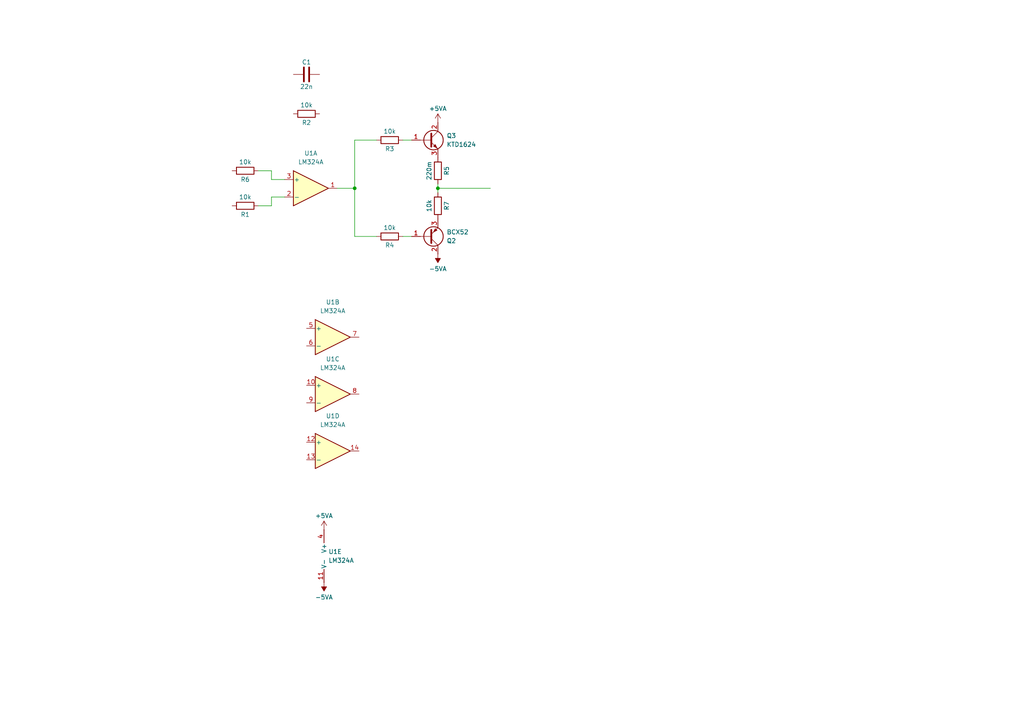
<source format=kicad_sch>
(kicad_sch (version 20250114) (generator "eeschema") (generator_version "9.0")
  (paper "A4")
  (lib_symbols
    (symbol "Amplifier_Operational:LM324A" (pin_names (offset 0.127))
      (property "Reference" "U" (at 0 5.08 0))
      (property "Value" "LM324A" (at 0 -5.08 0))
      (symbol "LM324A_1_1"
        (polyline (pts (xy -5.08 5.08) (xy 5.08 0) (xy -5.08 -5.08) (xy -5.08 5.08)) (stroke (width 0.254)) (fill (type background)))
        (pin input line (at -7.62 2.54 0) (length 2.54) (name "+") (number "3"))
        (pin input line (at -7.62 -2.54 0) (length 2.54) (name "-") (number "2"))
        (pin output line (at 7.62 0 180) (length 2.54) (name "~") (number "1"))
      )
      (symbol "LM324A_2_1"
        (polyline (pts (xy -5.08 5.08) (xy 5.08 0) (xy -5.08 -5.08) (xy -5.08 5.08)) (stroke (width 0.254)) (fill (type background)))
        (pin input line (at -7.62 2.54 0) (length 2.54) (name "+") (number "5"))
        (pin input line (at -7.62 -2.54 0) (length 2.54) (name "-") (number "6"))
        (pin output line (at 7.62 0 180) (length 2.54) (name "~") (number "7"))
      )
      (symbol "LM324A_3_1"
        (polyline (pts (xy -5.08 5.08) (xy 5.08 0) (xy -5.08 -5.08) (xy -5.08 5.08)) (stroke (width 0.254)) (fill (type background)))
        (pin input line (at -7.62 2.54 0) (length 2.54) (name "+") (number "10"))
        (pin input line (at -7.62 -2.54 0) (length 2.54) (name "-") (number "9"))
        (pin output line (at 7.62 0 180) (length 2.54) (name "~") (number "8"))
      )
      (symbol "LM324A_4_1"
        (polyline (pts (xy -5.08 5.08) (xy 5.08 0) (xy -5.08 -5.08) (xy -5.08 5.08)) (stroke (width 0.254)) (fill (type background)))
        (pin input line (at -7.62 2.54 0) (length 2.54) (name "+") (number "12"))
        (pin input line (at -7.62 -2.54 0) (length 2.54) (name "-") (number "13"))
        (pin output line (at 7.62 0 180) (length 2.54) (name "~") (number "14"))
      )
      (symbol "LM324A_5_1"
        (pin power_in line (at -2.54 7.62 270) (length 3.81) (name "V+") (number "4"))
        (pin power_in line (at -2.54 -7.62 90) (length 3.81) (name "V-") (number "11"))
      )
    )
    (symbol "Device:C" (pin_numbers (hide yes)) (pin_names (offset 0.254))
      (property "Reference" "C" (at 0.635 2.54 0))
      (property "Value" "C" (at 0.635 -2.54 0))
      (symbol "C_0_1"
        (polyline (pts (xy -2.032 0.762) (xy 2.032 0.762)) (stroke (width 0.508)))
        (polyline (pts (xy -2.032 -0.762) (xy 2.032 -0.762)) (stroke (width 0.508)))
      )
      (symbol "C_1_1"
        (pin passive line (at 0 3.81 270) (length 2.794) (name "~") (number "1"))
        (pin passive line (at 0 -3.81 90) (length 2.794) (name "~") (number "2"))
      )
    )
    (symbol "Device:R" (pin_numbers (hide yes)) (pin_names (offset 0))
      (property "Reference" "R" (at 2.032 0 90))
      (property "Value" "R" (at 0 0 90))
      (symbol "R_0_1"
        (rectangle (start -1.016 -2.54) (end 1.016 2.54) (stroke (width 0.254)))
      )
      (symbol "R_1_1"
        (pin passive line (at 0 3.81 270) (length 1.27) (name "~") (number "1"))
        (pin passive line (at 0 -3.81 90) (length 1.27) (name "~") (number "2"))
      )
    )
    (symbol "Transistor_BJT:BCX52" (pin_names (offset 0) (hide yes))
      (property "Reference" "Q" (at 5.08 1.905 0))
      (property "Value" "BCX52" (at 5.08 0 0))
      (symbol "BCX52_0_1"
        (polyline (pts (xy -2.54 0) (xy 0.635 0)))
        (polyline (pts (xy 0.635 1.905) (xy 0.635 -1.905)) (stroke (width 0.508)))
        (polyline (pts (xy 0.635 0.635) (xy 2.54 2.54)))
        (polyline (pts (xy 0.635 -0.635) (xy 2.54 -2.54)))
        (circle (center 1.27 0) (radius 2.8194) (stroke (width 0.254)))
        (polyline (pts (xy 2.286 -1.778) (xy 1.778 -2.286) (xy 1.27 -1.27) (xy 2.286 -1.778)) (fill (type outline)))
      )
      (symbol "BCX52_1_1"
        (pin input line (at -5.08 0 0) (length 2.54) (name "B") (number "1"))
        (pin passive line (at 2.54 5.08 270) (length 2.54) (name "C") (number "2"))
        (pin passive line (at 2.54 -5.08 90) (length 2.54) (name "E") (number "3"))
      )
    )
    (symbol "Transistor_BJT:KTD1624" (pin_names (offset 0) (hide yes))
      (property "Reference" "Q" (at 5.08 1.905 0))
      (property "Value" "KTD1624" (at 5.08 0 0))
      (symbol "KTD1624_0_1"
        (polyline (pts (xy -2.54 0) (xy 0.635 0)))
        (polyline (pts (xy 0.635 1.905) (xy 0.635 -1.905)) (stroke (width 0.508)))
        (circle (center 1.27 0) (radius 2.8194) (stroke (width 0.254)))
      )
      (symbol "KTD1624_1_1"
        (polyline (pts (xy 0.635 0.635) (xy 2.54 2.54)))
        (polyline (pts (xy 0.635 -0.635) (xy 2.54 -2.54)))
        (polyline (pts (xy 1.27 -1.778) (xy 1.778 -1.27) (xy 2.286 -2.286) (xy 1.27 -1.778)) (fill (type outline)))
        (pin input line (at -5.08 0 0) (length 2.54) (name "B") (number "1"))
        (pin passive line (at 2.54 5.08 270) (length 2.54) (name "C") (number "2"))
        (pin passive line (at 2.54 -5.08 90) (length 2.54) (name "E") (number "3"))
      )
    )
    (symbol "power:+5VA" (power) (pin_numbers (hide yes)) (pin_names (offset 0) (hide yes))
      (property "Value" "+5VA" (at 0 3.556 0))
      (symbol "+5VA_0_1"
        (polyline (pts (xy -0.762 1.27) (xy 0 2.54)))
        (polyline (pts (xy 0 2.54) (xy 0.762 1.27)))
        (polyline (pts (xy 0 0) (xy 0 2.54)))
      )
      (symbol "+5VA_1_1"
        (pin power_in line (at 0 0 90) (length 0) (name "~") (number "1"))
      )
    )
    (symbol "power:-5VA" (power) (pin_numbers (hide yes)) (pin_names (offset 0) (hide yes))
      (property "Value" "-5VA" (at 0 3.556 0))
      (symbol "-5VA_0_0"
        (pin power_in line (at 0 0 90) (length 0) (name "~") (number "1"))
      )
      (symbol "-5VA_0_1"
        (polyline (pts (xy 0 0) (xy 0 1.27) (xy 0.762 1.27) (xy 0 2.54) (xy -0.762 1.27) (xy 0 1.27)) (fill (type outline)))
      )
    )
  )
  (junction (at 102.87 54.61))
  (junction (at 127 54.61))
  (wire (pts (xy 78.74 49.53) (xy 78.74 52.07)))
  (wire (pts (xy 102.87 40.64) (xy 102.87 54.61)))
  (wire (pts (xy 127 53.34) (xy 127 54.61)))
  (wire (pts (xy 102.87 54.61) (xy 102.87 68.58)))
  (wire (pts (xy 102.87 68.58) (xy 109.22 68.58)))
  (wire (pts (xy 127 54.61) (xy 142.24 54.61)))
  (wire (pts (xy 116.84 40.64) (xy 119.38 40.64)))
  (wire (pts (xy 74.93 49.53) (xy 78.74 49.53)))
  (wire (pts (xy 78.74 52.07) (xy 82.55 52.07)))
  (wire (pts (xy 74.93 59.69) (xy 78.74 59.69)))
  (wire (pts (xy 102.87 40.64) (xy 109.22 40.64)))
  (wire (pts (xy 127 54.61) (xy 127 55.88)))
  (wire (pts (xy 116.84 68.58) (xy 119.38 68.58)))
  (wire (pts (xy 97.79 54.61) (xy 102.87 54.61)))
  (wire (pts (xy 78.74 57.15) (xy 82.55 57.15)))
  (wire (pts (xy 78.74 59.69) (xy 78.74 57.15)))
  (symbol (lib_id "Amplifier_Operational:LM324A") (at 96.52 130.81 0) (unit 4)
    (property "Reference" "U1" (at 96.52 120.65 0))
    (property "Value" "LM324A" (at 96.52 123.19 0))
    (property "Datasheet" "http://www.ti.com/lit/ds/symlink/lm2902-n.pdf" (effects (hide yes)))
    (property "Description" "Low-Power, Quad-Operational Amplifiers, DIP-14/SOIC-14/SSOP-14" (effects (hide yes)))
  )
  (symbol (lib_id "Transistor_BJT:KTD1624") (at 124.46 40.64 0) (unit 1)
    (property "Reference" "Q3" (at 129.54 39.3699 0) (effects (justify left)))
    (property "Value" "KTD1624" (at 129.54 41.9099 0) (effects (justify left)))
    (property "Footprint" "Package_TO_SOT_SMD:SOT-89-3" (effects (hide yes)))
    (property "Datasheet" "http://www2.kec.co.kr/data/databook/pdf/KTD/Eng/KTD1624.pdf" (effects (hide yes)))
    (property "Description" "Epitaxial Planar NPN Transistor, SOT-89" (effects (hide yes)))
  )
  (symbol (lib_id "Device:R") (at 113.03 68.58 90) (unit 1)
    (property "Reference" "R4" (at 113.03 71.12 90))
    (property "Value" "10k" (at 113.03 66.04 90))
    (property "Description" "Resistor" (effects (hide yes)))
  )
  (symbol (lib_id "Amplifier_Operational:LM324A") (at 96.52 114.3 0) (unit 3)
    (property "Reference" "U1" (at 96.52 104.14 0))
    (property "Value" "LM324A" (at 96.52 106.68 0))
    (property "Datasheet" "http://www.ti.com/lit/ds/symlink/lm2902-n.pdf" (effects (hide yes)))
    (property "Description" "Low-Power, Quad-Operational Amplifiers, DIP-14/SOIC-14/SSOP-14" (effects (hide yes)))
  )
  (symbol (lib_id "power:+5VA") (at 127 35.56 0) (unit 1)
    (property "Reference" "#PWR03" (effects (hide yes)))
    (property "Value" "+5VA" (at 127 31.496 0))
    (property "Description" "Power symbol creates a global label with name \"+5VA\"" (effects (hide yes)))
  )
  (symbol (lib_id "Amplifier_Operational:LM324A") (at 96.52 97.79 0) (unit 2)
    (property "Reference" "U1" (at 96.52 87.63 0))
    (property "Value" "LM324A" (at 96.52 90.17 0))
    (property "Datasheet" "http://www.ti.com/lit/ds/symlink/lm2902-n.pdf" (effects (hide yes)))
    (property "Description" "Low-Power, Quad-Operational Amplifiers, DIP-14/SOIC-14/SSOP-14" (effects (hide yes)))
  )
  (symbol (lib_id "power:-5VA") (at 93.98 168.91 180) (unit 1)
    (property "Reference" "#PWR02" (effects (hide yes)))
    (property "Value" "-5VA" (at 93.98 173.228 0))
    (property "Description" "Power symbol creates a global label with name \"-5VA\"" (effects (hide yes)))
  )
  (symbol (lib_id "Device:R") (at 71.12 59.69 90) (unit 1)
    (property "Reference" "R1" (at 71.12 62.23 90))
    (property "Value" "10k" (at 71.12 57.15 90))
    (property "Description" "Resistor" (effects (hide yes)))
  )
  (symbol (lib_id "Device:R") (at 71.12 49.53 90) (unit 1)
    (property "Reference" "R6" (at 71.12 52.07 90))
    (property "Value" "10k" (at 71.12 46.99 90))
    (property "Description" "Resistor" (effects (hide yes)))
  )
  (symbol (lib_id "Device:R") (at 127 49.53 180) (unit 1)
    (property "Reference" "R5" (at 129.54 49.53 90))
    (property "Value" "220m" (at 124.46 49.53 90))
    (property "Description" "Resistor" (effects (hide yes)))
  )
  (symbol (lib_id "power:-5VA") (at 127 73.66 180) (unit 1)
    (property "Reference" "#PWR04" (effects (hide yes)))
    (property "Value" "-5VA" (at 127 77.978 0))
    (property "Description" "Power symbol creates a global label with name \"-5VA\"" (effects (hide yes)))
  )
  (symbol (lib_id "Device:C") (at 88.9 21.59 90) (unit 1)
    (property "Reference" "C1" (at 88.9 18.034 90))
    (property "Value" "22n" (at 88.9 25.146 90))
    (property "Description" "Unpolarized capacitor" (effects (hide yes)))
  )
  (symbol (lib_id "Amplifier_Operational:LM324A") (at 90.17 54.61 0) (unit 1)
    (property "Reference" "U1" (at 90.17 44.45 0))
    (property "Value" "LM324A" (at 90.17 46.99 0))
    (property "Datasheet" "http://www.ti.com/lit/ds/symlink/lm2902-n.pdf" (effects (hide yes)))
    (property "Description" "Low-Power, Quad-Operational Amplifiers, DIP-14/SOIC-14/SSOP-14" (effects (hide yes)))
  )
  (symbol (lib_id "Device:R") (at 88.9 33.02 90) (unit 1)
    (property "Reference" "R2" (at 88.9 35.56 90))
    (property "Value" "10k" (at 88.9 30.48 90))
    (property "Description" "Resistor" (effects (hide yes)))
  )
  (symbol (lib_id "Amplifier_Operational:LM324A") (at 96.52 161.29 0) (unit 5)
    (property "Reference" "U1" (at 95.25 160.0199 0) (effects (justify left)))
    (property "Value" "LM324A" (at 95.25 162.5599 0) (effects (justify left)))
    (property "Datasheet" "http://www.ti.com/lit/ds/symlink/lm2902-n.pdf" (effects (hide yes)))
    (property "Description" "Low-Power, Quad-Operational Amplifiers, DIP-14/SOIC-14/SSOP-14" (effects (hide yes)))
  )
  (symbol (lib_id "Device:R") (at 127 59.69 180) (unit 1)
    (property "Reference" "R7" (at 129.54 59.69 90))
    (property "Value" "10k" (at 124.46 59.69 90))
    (property "Description" "Resistor" (effects (hide yes)))
  )
  (symbol (lib_id "Device:R") (at 113.03 40.64 90) (unit 1)
    (property "Reference" "R3" (at 113.03 43.18 90))
    (property "Value" "10k" (at 113.03 38.1 90))
    (property "Description" "Resistor" (effects (hide yes)))
  )
  (symbol (lib_id "power:+5VA") (at 93.98 153.67 0) (unit 1)
    (property "Reference" "#PWR01" (effects (hide yes)))
    (property "Value" "+5VA" (at 93.98 149.606 0))
    (property "Description" "Power symbol creates a global label with name \"+5VA\"" (effects (hide yes)))
  )
  (symbol (lib_id "Transistor_BJT:BCX52") (at 124.46 68.58 0) (mirror x) (unit 1)
    (property "Reference" "Q2" (at 129.54 69.8501 0) (effects (justify left)))
    (property "Value" "BCX52" (at 129.54 67.3101 0) (effects (justify left)))
    (property "Footprint" "Package_TO_SOT_SMD:SOT-89-3" (effects (hide yes)))
    (property "Datasheet" "http://www.infineon.com/dgdl/bcx51_bcx52_bcx53.pdf" (effects (hide yes)))
    (property "Description" "1A Ic, 60V Vce, PNP Medium Power Transistor, SOT-89" (effects (hide yes)))
  )
)
</source>
